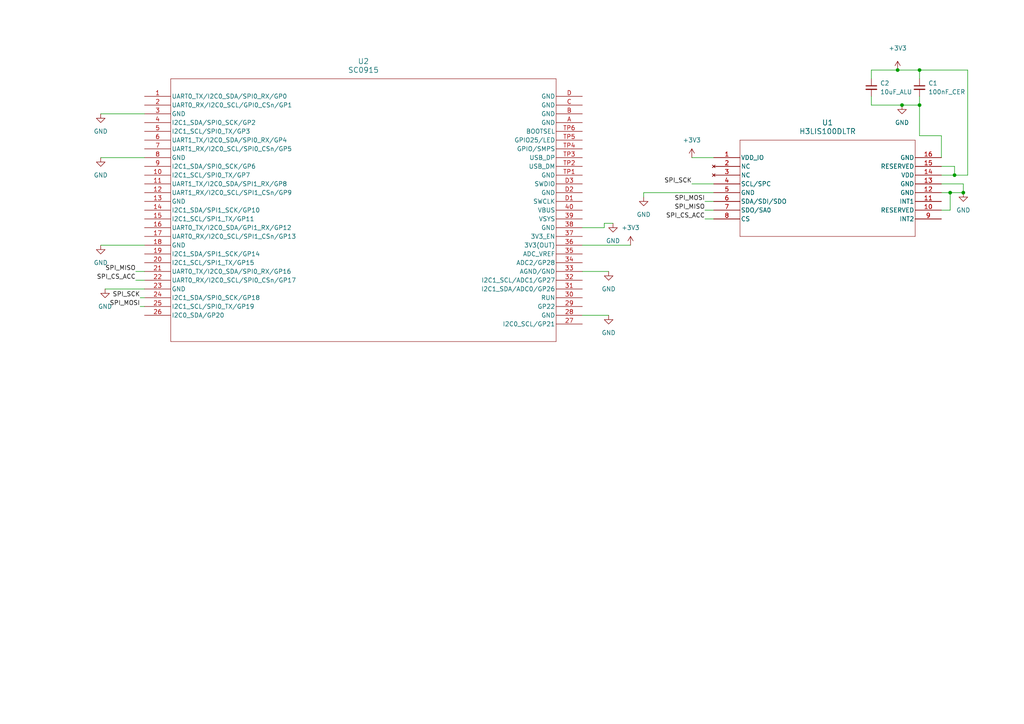
<source format=kicad_sch>
(kicad_sch (version 20230121) (generator eeschema)

  (uuid 117204fa-2533-4451-b2a6-6593294e693d)

  (paper "A4")

  (lib_symbols
    (symbol "ACCEL_H3LIS100DLTR:H3LIS100DLTR" (pin_names (offset 0.254)) (in_bom yes) (on_board yes)
      (property "Reference" "U" (at 33.02 10.16 0)
        (effects (font (size 1.524 1.524)))
      )
      (property "Value" "H3LIS100DLTR" (at 33.02 7.62 0)
        (effects (font (size 1.524 1.524)))
      )
      (property "Footprint" "TFLGA16_3P15X3P15_STM" (at 0 0 0)
        (effects (font (size 1.27 1.27) italic) hide)
      )
      (property "Datasheet" "H3LIS100DLTR" (at 0 0 0)
        (effects (font (size 1.27 1.27) italic) hide)
      )
      (property "ki_locked" "" (at 0 0 0)
        (effects (font (size 1.27 1.27)))
      )
      (property "ki_keywords" "H3LIS100DLTR" (at 0 0 0)
        (effects (font (size 1.27 1.27)) hide)
      )
      (property "ki_fp_filters" "TFLGA16_3P15X3P15_STM TFLGA16_3P15X3P15_STM-M TFLGA16_3P15X3P15_STM-L" (at 0 0 0)
        (effects (font (size 1.27 1.27)) hide)
      )
      (symbol "H3LIS100DLTR_0_1"
        (polyline
          (pts
            (xy 7.62 -22.86)
            (xy 58.42 -22.86)
          )
          (stroke (width 0.127) (type default))
          (fill (type none))
        )
        (polyline
          (pts
            (xy 7.62 5.08)
            (xy 7.62 -22.86)
          )
          (stroke (width 0.127) (type default))
          (fill (type none))
        )
        (polyline
          (pts
            (xy 58.42 -22.86)
            (xy 58.42 5.08)
          )
          (stroke (width 0.127) (type default))
          (fill (type none))
        )
        (polyline
          (pts
            (xy 58.42 5.08)
            (xy 7.62 5.08)
          )
          (stroke (width 0.127) (type default))
          (fill (type none))
        )
        (pin power_in line (at 0 0 0) (length 7.62)
          (name "VDD_IO" (effects (font (size 1.27 1.27))))
          (number "1" (effects (font (size 1.27 1.27))))
        )
        (pin unspecified line (at 66.04 -15.24 180) (length 7.62)
          (name "RESERVED" (effects (font (size 1.27 1.27))))
          (number "10" (effects (font (size 1.27 1.27))))
        )
        (pin bidirectional line (at 66.04 -12.7 180) (length 7.62)
          (name "INT1" (effects (font (size 1.27 1.27))))
          (number "11" (effects (font (size 1.27 1.27))))
        )
        (pin power_in line (at 66.04 -10.16 180) (length 7.62)
          (name "GND" (effects (font (size 1.27 1.27))))
          (number "12" (effects (font (size 1.27 1.27))))
        )
        (pin power_in line (at 66.04 -7.62 180) (length 7.62)
          (name "GND" (effects (font (size 1.27 1.27))))
          (number "13" (effects (font (size 1.27 1.27))))
        )
        (pin power_in line (at 66.04 -5.08 180) (length 7.62)
          (name "VDD" (effects (font (size 1.27 1.27))))
          (number "14" (effects (font (size 1.27 1.27))))
        )
        (pin unspecified line (at 66.04 -2.54 180) (length 7.62)
          (name "RESERVED" (effects (font (size 1.27 1.27))))
          (number "15" (effects (font (size 1.27 1.27))))
        )
        (pin power_in line (at 66.04 0 180) (length 7.62)
          (name "GND" (effects (font (size 1.27 1.27))))
          (number "16" (effects (font (size 1.27 1.27))))
        )
        (pin no_connect line (at 0 -2.54 0) (length 7.62)
          (name "NC" (effects (font (size 1.27 1.27))))
          (number "2" (effects (font (size 1.27 1.27))))
        )
        (pin no_connect line (at 0 -5.08 0) (length 7.62)
          (name "NC" (effects (font (size 1.27 1.27))))
          (number "3" (effects (font (size 1.27 1.27))))
        )
        (pin bidirectional line (at 0 -7.62 0) (length 7.62)
          (name "SCL/SPC" (effects (font (size 1.27 1.27))))
          (number "4" (effects (font (size 1.27 1.27))))
        )
        (pin power_in line (at 0 -10.16 0) (length 7.62)
          (name "GND" (effects (font (size 1.27 1.27))))
          (number "5" (effects (font (size 1.27 1.27))))
        )
        (pin bidirectional line (at 0 -12.7 0) (length 7.62)
          (name "SDA/SDI/SDO" (effects (font (size 1.27 1.27))))
          (number "6" (effects (font (size 1.27 1.27))))
        )
        (pin bidirectional line (at 0 -15.24 0) (length 7.62)
          (name "SDO/SA0" (effects (font (size 1.27 1.27))))
          (number "7" (effects (font (size 1.27 1.27))))
        )
        (pin bidirectional line (at 0 -17.78 0) (length 7.62)
          (name "CS" (effects (font (size 1.27 1.27))))
          (number "8" (effects (font (size 1.27 1.27))))
        )
        (pin bidirectional line (at 66.04 -17.78 180) (length 7.62)
          (name "INT2" (effects (font (size 1.27 1.27))))
          (number "9" (effects (font (size 1.27 1.27))))
        )
      )
    )
    (symbol "Device:C_Small" (pin_numbers hide) (pin_names (offset 0.254) hide) (in_bom yes) (on_board yes)
      (property "Reference" "C" (at 0.254 1.778 0)
        (effects (font (size 1.27 1.27)) (justify left))
      )
      (property "Value" "C_Small" (at 0.254 -2.032 0)
        (effects (font (size 1.27 1.27)) (justify left))
      )
      (property "Footprint" "" (at 0 0 0)
        (effects (font (size 1.27 1.27)) hide)
      )
      (property "Datasheet" "~" (at 0 0 0)
        (effects (font (size 1.27 1.27)) hide)
      )
      (property "ki_keywords" "capacitor cap" (at 0 0 0)
        (effects (font (size 1.27 1.27)) hide)
      )
      (property "ki_description" "Unpolarized capacitor, small symbol" (at 0 0 0)
        (effects (font (size 1.27 1.27)) hide)
      )
      (property "ki_fp_filters" "C_*" (at 0 0 0)
        (effects (font (size 1.27 1.27)) hide)
      )
      (symbol "C_Small_0_1"
        (polyline
          (pts
            (xy -1.524 -0.508)
            (xy 1.524 -0.508)
          )
          (stroke (width 0.3302) (type default))
          (fill (type none))
        )
        (polyline
          (pts
            (xy -1.524 0.508)
            (xy 1.524 0.508)
          )
          (stroke (width 0.3048) (type default))
          (fill (type none))
        )
      )
      (symbol "C_Small_1_1"
        (pin passive line (at 0 2.54 270) (length 2.032)
          (name "~" (effects (font (size 1.27 1.27))))
          (number "1" (effects (font (size 1.27 1.27))))
        )
        (pin passive line (at 0 -2.54 90) (length 2.032)
          (name "~" (effects (font (size 1.27 1.27))))
          (number "2" (effects (font (size 1.27 1.27))))
        )
      )
    )
    (symbol "SC0915:SC0915" (pin_names (offset 0.254)) (in_bom yes) (on_board yes)
      (property "Reference" "U" (at 63.5 10.16 0)
        (effects (font (size 1.524 1.524)))
      )
      (property "Value" "SC0915" (at 63.5 7.62 0)
        (effects (font (size 1.524 1.524)))
      )
      (property "Footprint" "SC0915_RPI" (at 0 0 0)
        (effects (font (size 1.27 1.27) italic) hide)
      )
      (property "Datasheet" "SC0915" (at 0 0 0)
        (effects (font (size 1.27 1.27) italic) hide)
      )
      (property "ki_locked" "" (at 0 0 0)
        (effects (font (size 1.27 1.27)))
      )
      (property "ki_keywords" "SC0915" (at 0 0 0)
        (effects (font (size 1.27 1.27)) hide)
      )
      (property "ki_fp_filters" "SC0915_RPI" (at 0 0 0)
        (effects (font (size 1.27 1.27)) hide)
      )
      (symbol "SC0915_0_1"
        (polyline
          (pts
            (xy 7.62 -71.12)
            (xy 119.38 -71.12)
          )
          (stroke (width 0.127) (type default))
          (fill (type none))
        )
        (polyline
          (pts
            (xy 7.62 5.08)
            (xy 7.62 -71.12)
          )
          (stroke (width 0.127) (type default))
          (fill (type none))
        )
        (polyline
          (pts
            (xy 119.38 -71.12)
            (xy 119.38 5.08)
          )
          (stroke (width 0.127) (type default))
          (fill (type none))
        )
        (polyline
          (pts
            (xy 119.38 5.08)
            (xy 7.62 5.08)
          )
          (stroke (width 0.127) (type default))
          (fill (type none))
        )
        (pin bidirectional line (at 0 0 0) (length 7.62)
          (name "UART0_TX/I2C0_SDA/SPI0_RX/GP0" (effects (font (size 1.27 1.27))))
          (number "1" (effects (font (size 1.27 1.27))))
        )
        (pin bidirectional line (at 0 -22.86 0) (length 7.62)
          (name "I2C1_SCL/SPI0_TX/GP7" (effects (font (size 1.27 1.27))))
          (number "10" (effects (font (size 1.27 1.27))))
        )
        (pin bidirectional line (at 0 -25.4 0) (length 7.62)
          (name "UART1_TX/I2C0_SDA/SPI1_RX/GP8" (effects (font (size 1.27 1.27))))
          (number "11" (effects (font (size 1.27 1.27))))
        )
        (pin bidirectional line (at 0 -27.94 0) (length 7.62)
          (name "UART1_RX/I2C0_SCL/SPI1_CSn/GP9" (effects (font (size 1.27 1.27))))
          (number "12" (effects (font (size 1.27 1.27))))
        )
        (pin power_out line (at 0 -30.48 0) (length 7.62)
          (name "GND" (effects (font (size 1.27 1.27))))
          (number "13" (effects (font (size 1.27 1.27))))
        )
        (pin bidirectional line (at 0 -33.02 0) (length 7.62)
          (name "I2C1_SDA/SPI1_SCK/GP10" (effects (font (size 1.27 1.27))))
          (number "14" (effects (font (size 1.27 1.27))))
        )
        (pin bidirectional line (at 0 -35.56 0) (length 7.62)
          (name "I2C1_SCL/SPI1_TX/GP11" (effects (font (size 1.27 1.27))))
          (number "15" (effects (font (size 1.27 1.27))))
        )
        (pin bidirectional line (at 0 -38.1 0) (length 7.62)
          (name "UART0_TX/I2C0_SDA/GPI1_RX/GP12" (effects (font (size 1.27 1.27))))
          (number "16" (effects (font (size 1.27 1.27))))
        )
        (pin bidirectional line (at 0 -40.64 0) (length 7.62)
          (name "UART0_RX/I2C0_SCL/SPI1_CSn/GP13" (effects (font (size 1.27 1.27))))
          (number "17" (effects (font (size 1.27 1.27))))
        )
        (pin power_out line (at 0 -43.18 0) (length 7.62)
          (name "GND" (effects (font (size 1.27 1.27))))
          (number "18" (effects (font (size 1.27 1.27))))
        )
        (pin bidirectional line (at 0 -45.72 0) (length 7.62)
          (name "I2C1_SDA/SPI1_SCK/GP14" (effects (font (size 1.27 1.27))))
          (number "19" (effects (font (size 1.27 1.27))))
        )
        (pin bidirectional line (at 0 -2.54 0) (length 7.62)
          (name "UART0_RX/I2C0_SCL/GPI0_CSn/GP1" (effects (font (size 1.27 1.27))))
          (number "2" (effects (font (size 1.27 1.27))))
        )
        (pin bidirectional line (at 0 -48.26 0) (length 7.62)
          (name "I2C1_SCL/SPI1_TX/GP15" (effects (font (size 1.27 1.27))))
          (number "20" (effects (font (size 1.27 1.27))))
        )
        (pin bidirectional line (at 0 -50.8 0) (length 7.62)
          (name "UART0_TX/I2C0_SDA/SPI0_RX/GP16" (effects (font (size 1.27 1.27))))
          (number "21" (effects (font (size 1.27 1.27))))
        )
        (pin bidirectional line (at 0 -53.34 0) (length 7.62)
          (name "UART0_RX/I2C0_SCL/SPI0_CSn/GP17" (effects (font (size 1.27 1.27))))
          (number "22" (effects (font (size 1.27 1.27))))
        )
        (pin power_out line (at 0 -55.88 0) (length 7.62)
          (name "GND" (effects (font (size 1.27 1.27))))
          (number "23" (effects (font (size 1.27 1.27))))
        )
        (pin bidirectional line (at 0 -58.42 0) (length 7.62)
          (name "I2C1_SDA/SPI0_SCK/GP18" (effects (font (size 1.27 1.27))))
          (number "24" (effects (font (size 1.27 1.27))))
        )
        (pin bidirectional line (at 0 -60.96 0) (length 7.62)
          (name "I2C1_SCL/SPI0_TX/GP19" (effects (font (size 1.27 1.27))))
          (number "25" (effects (font (size 1.27 1.27))))
        )
        (pin bidirectional line (at 0 -63.5 0) (length 7.62)
          (name "I2C0_SDA/GP20" (effects (font (size 1.27 1.27))))
          (number "26" (effects (font (size 1.27 1.27))))
        )
        (pin bidirectional line (at 127 -66.04 180) (length 7.62)
          (name "I2C0_SCL/GP21" (effects (font (size 1.27 1.27))))
          (number "27" (effects (font (size 1.27 1.27))))
        )
        (pin power_out line (at 127 -63.5 180) (length 7.62)
          (name "GND" (effects (font (size 1.27 1.27))))
          (number "28" (effects (font (size 1.27 1.27))))
        )
        (pin bidirectional line (at 127 -60.96 180) (length 7.62)
          (name "GP22" (effects (font (size 1.27 1.27))))
          (number "29" (effects (font (size 1.27 1.27))))
        )
        (pin power_out line (at 0 -5.08 0) (length 7.62)
          (name "GND" (effects (font (size 1.27 1.27))))
          (number "3" (effects (font (size 1.27 1.27))))
        )
        (pin unspecified line (at 127 -58.42 180) (length 7.62)
          (name "RUN" (effects (font (size 1.27 1.27))))
          (number "30" (effects (font (size 1.27 1.27))))
        )
        (pin bidirectional line (at 127 -55.88 180) (length 7.62)
          (name "I2C1_SDA/ADC0/GP26" (effects (font (size 1.27 1.27))))
          (number "31" (effects (font (size 1.27 1.27))))
        )
        (pin bidirectional line (at 127 -53.34 180) (length 7.62)
          (name "I2C1_SCL/ADC1/GP27" (effects (font (size 1.27 1.27))))
          (number "32" (effects (font (size 1.27 1.27))))
        )
        (pin power_out line (at 127 -50.8 180) (length 7.62)
          (name "AGND/GND" (effects (font (size 1.27 1.27))))
          (number "33" (effects (font (size 1.27 1.27))))
        )
        (pin bidirectional line (at 127 -48.26 180) (length 7.62)
          (name "ADC2/GP28" (effects (font (size 1.27 1.27))))
          (number "34" (effects (font (size 1.27 1.27))))
        )
        (pin power_in line (at 127 -45.72 180) (length 7.62)
          (name "ADC_VREF" (effects (font (size 1.27 1.27))))
          (number "35" (effects (font (size 1.27 1.27))))
        )
        (pin output line (at 127 -43.18 180) (length 7.62)
          (name "3V3(OUT)" (effects (font (size 1.27 1.27))))
          (number "36" (effects (font (size 1.27 1.27))))
        )
        (pin power_in line (at 127 -40.64 180) (length 7.62)
          (name "3V3_EN" (effects (font (size 1.27 1.27))))
          (number "37" (effects (font (size 1.27 1.27))))
        )
        (pin power_out line (at 127 -38.1 180) (length 7.62)
          (name "GND" (effects (font (size 1.27 1.27))))
          (number "38" (effects (font (size 1.27 1.27))))
        )
        (pin power_in line (at 127 -35.56 180) (length 7.62)
          (name "VSYS" (effects (font (size 1.27 1.27))))
          (number "39" (effects (font (size 1.27 1.27))))
        )
        (pin bidirectional line (at 0 -7.62 0) (length 7.62)
          (name "I2C1_SDA/SPI0_SCK/GP2" (effects (font (size 1.27 1.27))))
          (number "4" (effects (font (size 1.27 1.27))))
        )
        (pin power_in line (at 127 -33.02 180) (length 7.62)
          (name "VBUS" (effects (font (size 1.27 1.27))))
          (number "40" (effects (font (size 1.27 1.27))))
        )
        (pin bidirectional line (at 0 -10.16 0) (length 7.62)
          (name "I2C1_SCL/SPI0_TX/GP3" (effects (font (size 1.27 1.27))))
          (number "5" (effects (font (size 1.27 1.27))))
        )
        (pin bidirectional line (at 0 -12.7 0) (length 7.62)
          (name "UART1_TX/I2C0_SDA/SPI0_RX/GP4" (effects (font (size 1.27 1.27))))
          (number "6" (effects (font (size 1.27 1.27))))
        )
        (pin bidirectional line (at 0 -15.24 0) (length 7.62)
          (name "UART1_RX/I2C0_SCL/SPI0_CSn/GP5" (effects (font (size 1.27 1.27))))
          (number "7" (effects (font (size 1.27 1.27))))
        )
        (pin power_out line (at 0 -17.78 0) (length 7.62)
          (name "GND" (effects (font (size 1.27 1.27))))
          (number "8" (effects (font (size 1.27 1.27))))
        )
        (pin bidirectional line (at 0 -20.32 0) (length 7.62)
          (name "I2C1_SDA/SPI0_SCK/GP6" (effects (font (size 1.27 1.27))))
          (number "9" (effects (font (size 1.27 1.27))))
        )
        (pin power_out line (at 127 -7.62 180) (length 7.62)
          (name "GND" (effects (font (size 1.27 1.27))))
          (number "A" (effects (font (size 1.27 1.27))))
        )
        (pin power_out line (at 127 -5.08 180) (length 7.62)
          (name "GND" (effects (font (size 1.27 1.27))))
          (number "B" (effects (font (size 1.27 1.27))))
        )
        (pin power_out line (at 127 -2.54 180) (length 7.62)
          (name "GND" (effects (font (size 1.27 1.27))))
          (number "C" (effects (font (size 1.27 1.27))))
        )
        (pin power_out line (at 127 0 180) (length 7.62)
          (name "GND" (effects (font (size 1.27 1.27))))
          (number "D" (effects (font (size 1.27 1.27))))
        )
        (pin unspecified line (at 127 -30.48 180) (length 7.62)
          (name "SWCLK" (effects (font (size 1.27 1.27))))
          (number "D1" (effects (font (size 1.27 1.27))))
        )
        (pin power_out line (at 127 -27.94 180) (length 7.62)
          (name "GND" (effects (font (size 1.27 1.27))))
          (number "D2" (effects (font (size 1.27 1.27))))
        )
        (pin unspecified line (at 127 -25.4 180) (length 7.62)
          (name "SWDIO" (effects (font (size 1.27 1.27))))
          (number "D3" (effects (font (size 1.27 1.27))))
        )
        (pin power_out line (at 127 -22.86 180) (length 7.62)
          (name "GND" (effects (font (size 1.27 1.27))))
          (number "TP1" (effects (font (size 1.27 1.27))))
        )
        (pin unspecified line (at 127 -20.32 180) (length 7.62)
          (name "USB_DM" (effects (font (size 1.27 1.27))))
          (number "TP2" (effects (font (size 1.27 1.27))))
        )
        (pin unspecified line (at 127 -17.78 180) (length 7.62)
          (name "USB_DP" (effects (font (size 1.27 1.27))))
          (number "TP3" (effects (font (size 1.27 1.27))))
        )
        (pin unspecified line (at 127 -15.24 180) (length 7.62)
          (name "GPIO/SMPS" (effects (font (size 1.27 1.27))))
          (number "TP4" (effects (font (size 1.27 1.27))))
        )
        (pin unspecified line (at 127 -12.7 180) (length 7.62)
          (name "GPIO25/LED" (effects (font (size 1.27 1.27))))
          (number "TP5" (effects (font (size 1.27 1.27))))
        )
        (pin unspecified line (at 127 -10.16 180) (length 7.62)
          (name "BOOTSEL" (effects (font (size 1.27 1.27))))
          (number "TP6" (effects (font (size 1.27 1.27))))
        )
      )
    )
    (symbol "power:+3V3" (power) (pin_names (offset 0)) (in_bom yes) (on_board yes)
      (property "Reference" "#PWR" (at 0 -3.81 0)
        (effects (font (size 1.27 1.27)) hide)
      )
      (property "Value" "+3V3" (at 0 3.556 0)
        (effects (font (size 1.27 1.27)))
      )
      (property "Footprint" "" (at 0 0 0)
        (effects (font (size 1.27 1.27)) hide)
      )
      (property "Datasheet" "" (at 0 0 0)
        (effects (font (size 1.27 1.27)) hide)
      )
      (property "ki_keywords" "global power" (at 0 0 0)
        (effects (font (size 1.27 1.27)) hide)
      )
      (property "ki_description" "Power symbol creates a global label with name \"+3V3\"" (at 0 0 0)
        (effects (font (size 1.27 1.27)) hide)
      )
      (symbol "+3V3_0_1"
        (polyline
          (pts
            (xy -0.762 1.27)
            (xy 0 2.54)
          )
          (stroke (width 0) (type default))
          (fill (type none))
        )
        (polyline
          (pts
            (xy 0 0)
            (xy 0 2.54)
          )
          (stroke (width 0) (type default))
          (fill (type none))
        )
        (polyline
          (pts
            (xy 0 2.54)
            (xy 0.762 1.27)
          )
          (stroke (width 0) (type default))
          (fill (type none))
        )
      )
      (symbol "+3V3_1_1"
        (pin power_in line (at 0 0 90) (length 0) hide
          (name "+3V3" (effects (font (size 1.27 1.27))))
          (number "1" (effects (font (size 1.27 1.27))))
        )
      )
    )
    (symbol "power:GND" (power) (pin_names (offset 0)) (in_bom yes) (on_board yes)
      (property "Reference" "#PWR" (at 0 -6.35 0)
        (effects (font (size 1.27 1.27)) hide)
      )
      (property "Value" "GND" (at 0 -3.81 0)
        (effects (font (size 1.27 1.27)))
      )
      (property "Footprint" "" (at 0 0 0)
        (effects (font (size 1.27 1.27)) hide)
      )
      (property "Datasheet" "" (at 0 0 0)
        (effects (font (size 1.27 1.27)) hide)
      )
      (property "ki_keywords" "global power" (at 0 0 0)
        (effects (font (size 1.27 1.27)) hide)
      )
      (property "ki_description" "Power symbol creates a global label with name \"GND\" , ground" (at 0 0 0)
        (effects (font (size 1.27 1.27)) hide)
      )
      (symbol "GND_0_1"
        (polyline
          (pts
            (xy 0 0)
            (xy 0 -1.27)
            (xy 1.27 -1.27)
            (xy 0 -2.54)
            (xy -1.27 -1.27)
            (xy 0 -1.27)
          )
          (stroke (width 0) (type default))
          (fill (type none))
        )
      )
      (symbol "GND_1_1"
        (pin power_in line (at 0 0 270) (length 0) hide
          (name "GND" (effects (font (size 1.27 1.27))))
          (number "1" (effects (font (size 1.27 1.27))))
        )
      )
    )
  )

  (junction (at 266.7 30.48) (diameter 0) (color 0 0 0 0)
    (uuid 2f6b444d-44a6-4d2c-a4a2-402154885a58)
  )
  (junction (at 276.86 50.8) (diameter 0) (color 0 0 0 0)
    (uuid 3f9dbbe1-ae2d-48af-a4d2-417113247e0d)
  )
  (junction (at 275.59 55.88) (diameter 0) (color 0 0 0 0)
    (uuid 4587cfe4-8b60-408e-9732-9c96a2387a4d)
  )
  (junction (at 261.62 30.48) (diameter 0) (color 0 0 0 0)
    (uuid 5a7b0434-aabb-439c-8431-b955e16bdeba)
  )
  (junction (at 266.7 20.32) (diameter 0) (color 0 0 0 0)
    (uuid 5f9f70d5-439e-446d-8c93-464bcc0c2657)
  )
  (junction (at 279.4 55.88) (diameter 0) (color 0 0 0 0)
    (uuid 98d5a1bf-ac2a-42f2-ba18-80ac9e9d0ece)
  )
  (junction (at 260.35 20.32) (diameter 0) (color 0 0 0 0)
    (uuid ab00da7b-bf42-4f40-b886-c88bc4f0d391)
  )

  (wire (pts (xy 29.21 33.02) (xy 41.91 33.02))
    (stroke (width 0) (type default))
    (uuid 01fce1c7-8427-4a23-9cc5-4c5a61d71f76)
  )
  (wire (pts (xy 204.47 60.96) (xy 207.01 60.96))
    (stroke (width 0) (type default))
    (uuid 0f7b1c2f-6533-447d-9c80-1aa86f7a6790)
  )
  (wire (pts (xy 266.7 27.94) (xy 266.7 30.48))
    (stroke (width 0) (type default))
    (uuid 20b40a49-c1cc-4f17-b3c5-e0a1d715f1f9)
  )
  (wire (pts (xy 252.73 30.48) (xy 261.62 30.48))
    (stroke (width 0) (type default))
    (uuid 2ab71d65-0cca-47d3-83e0-7b41473585f6)
  )
  (wire (pts (xy 29.21 45.72) (xy 41.91 45.72))
    (stroke (width 0) (type default))
    (uuid 2f6f3495-d119-4170-99b9-d6b108aaab11)
  )
  (wire (pts (xy 168.91 71.12) (xy 182.88 71.12))
    (stroke (width 0) (type default))
    (uuid 3416ef60-8923-4e3b-a023-a27a9dc182f6)
  )
  (wire (pts (xy 186.69 55.88) (xy 207.01 55.88))
    (stroke (width 0) (type default))
    (uuid 3541df1b-a45e-4ebd-88da-579b5777968c)
  )
  (wire (pts (xy 266.7 39.37) (xy 273.05 39.37))
    (stroke (width 0) (type default))
    (uuid 35896c9d-cb6b-4da3-913e-d10b168cdbbf)
  )
  (wire (pts (xy 260.35 20.32) (xy 252.73 20.32))
    (stroke (width 0) (type default))
    (uuid 38c5ffdd-3769-43df-9efa-5f4665bfb2eb)
  )
  (wire (pts (xy 273.05 53.34) (xy 279.4 53.34))
    (stroke (width 0) (type default))
    (uuid 3ebfdf16-e556-4e92-894c-387b7b1524ab)
  )
  (wire (pts (xy 266.7 20.32) (xy 260.35 20.32))
    (stroke (width 0) (type default))
    (uuid 5019a9a7-c791-426f-b598-7958debd7f0f)
  )
  (wire (pts (xy 168.91 91.44) (xy 176.53 91.44))
    (stroke (width 0) (type default))
    (uuid 55f68b7f-ece1-4a7d-b99b-6345ced9925e)
  )
  (wire (pts (xy 30.48 83.82) (xy 41.91 83.82))
    (stroke (width 0) (type default))
    (uuid 5bb4b1c2-d070-4099-841d-9048eacd95d3)
  )
  (wire (pts (xy 39.37 81.28) (xy 41.91 81.28))
    (stroke (width 0) (type default))
    (uuid 6612eab8-5f06-4c78-967d-0587403dede1)
  )
  (wire (pts (xy 186.69 57.15) (xy 186.69 55.88))
    (stroke (width 0) (type default))
    (uuid 6c3bd29f-b266-4802-a91c-6b435975282a)
  )
  (wire (pts (xy 273.05 48.26) (xy 276.86 48.26))
    (stroke (width 0) (type default))
    (uuid 714f0483-ac6c-491c-b67a-e149d2b2e83c)
  )
  (wire (pts (xy 273.05 55.88) (xy 275.59 55.88))
    (stroke (width 0) (type default))
    (uuid 74fc5a41-5d7c-4c22-8988-bc55eb275a30)
  )
  (wire (pts (xy 200.66 53.34) (xy 207.01 53.34))
    (stroke (width 0) (type default))
    (uuid 75ef34e6-c641-4700-91e0-6b3de70368e1)
  )
  (wire (pts (xy 200.66 45.72) (xy 207.01 45.72))
    (stroke (width 0) (type default))
    (uuid 766968e5-f508-4ba8-adac-84b8105f7065)
  )
  (wire (pts (xy 276.86 48.26) (xy 276.86 50.8))
    (stroke (width 0) (type default))
    (uuid 8081881f-e38b-4331-9160-a5812b7776cb)
  )
  (wire (pts (xy 273.05 39.37) (xy 273.05 45.72))
    (stroke (width 0) (type default))
    (uuid 8ecc85dd-22dd-4174-a8b9-337f34117887)
  )
  (wire (pts (xy 279.4 53.34) (xy 279.4 55.88))
    (stroke (width 0) (type default))
    (uuid 97cc9277-32c1-476b-a380-1dde6704841f)
  )
  (wire (pts (xy 266.7 22.86) (xy 266.7 20.32))
    (stroke (width 0) (type default))
    (uuid 98c7b955-720c-4e72-908f-e9fe3262943f)
  )
  (wire (pts (xy 252.73 20.32) (xy 252.73 22.86))
    (stroke (width 0) (type default))
    (uuid a0e06104-a770-428b-a597-43d3acb40d4d)
  )
  (wire (pts (xy 204.47 63.5) (xy 207.01 63.5))
    (stroke (width 0) (type default))
    (uuid a4670b2d-1148-4ad8-8363-01c9f72a9833)
  )
  (wire (pts (xy 175.26 66.04) (xy 168.91 66.04))
    (stroke (width 0) (type default))
    (uuid a490a1bc-7b2d-4507-b2f5-0d2c063c98ed)
  )
  (wire (pts (xy 273.05 50.8) (xy 276.86 50.8))
    (stroke (width 0) (type default))
    (uuid ab305533-8277-4fb1-8c19-364ac955d7ac)
  )
  (wire (pts (xy 175.26 64.77) (xy 175.26 66.04))
    (stroke (width 0) (type default))
    (uuid b292fdca-67dd-4ae8-84b3-4aae5d486c0b)
  )
  (wire (pts (xy 280.67 20.32) (xy 266.7 20.32))
    (stroke (width 0) (type default))
    (uuid b7c996cf-509b-46bd-b4f8-d66e0749b68a)
  )
  (wire (pts (xy 280.67 50.8) (xy 280.67 20.32))
    (stroke (width 0) (type default))
    (uuid ba4ad37d-3789-47ba-8052-0b3a2b11bf4d)
  )
  (wire (pts (xy 266.7 30.48) (xy 261.62 30.48))
    (stroke (width 0) (type default))
    (uuid bb31727e-8c14-4c47-8388-6118a0d100a0)
  )
  (wire (pts (xy 276.86 50.8) (xy 280.67 50.8))
    (stroke (width 0) (type default))
    (uuid bd8aea79-a3c5-47ff-bb41-44c3cda2a92c)
  )
  (wire (pts (xy 275.59 60.96) (xy 275.59 55.88))
    (stroke (width 0) (type default))
    (uuid c00a0c38-2789-4021-b937-d5b1fd127e01)
  )
  (wire (pts (xy 266.7 30.48) (xy 266.7 39.37))
    (stroke (width 0) (type default))
    (uuid c94bd556-64b1-4b5d-8340-a764ce2980be)
  )
  (wire (pts (xy 40.64 86.36) (xy 41.91 86.36))
    (stroke (width 0) (type default))
    (uuid caaa10f7-5cdb-4252-8534-0b0440e69ab2)
  )
  (wire (pts (xy 204.47 58.42) (xy 207.01 58.42))
    (stroke (width 0) (type default))
    (uuid d0e6b273-0a86-4973-b9a6-59b81aea90b6)
  )
  (wire (pts (xy 168.91 78.74) (xy 176.53 78.74))
    (stroke (width 0) (type default))
    (uuid d2b45858-8edc-46f2-b667-92f36d29ac27)
  )
  (wire (pts (xy 275.59 55.88) (xy 279.4 55.88))
    (stroke (width 0) (type default))
    (uuid da945e5d-dd17-403e-97fa-045a921c4ccd)
  )
  (wire (pts (xy 252.73 27.94) (xy 252.73 30.48))
    (stroke (width 0) (type default))
    (uuid dbc06b55-f806-4dd5-89f7-9c557b1521ed)
  )
  (wire (pts (xy 273.05 60.96) (xy 275.59 60.96))
    (stroke (width 0) (type default))
    (uuid e74a3bcb-b999-45c1-b947-c3491e445dbe)
  )
  (wire (pts (xy 175.26 64.77) (xy 177.8 64.77))
    (stroke (width 0) (type default))
    (uuid ed9cdff2-d373-4ce0-9ff5-8bdb7386b457)
  )
  (wire (pts (xy 29.21 71.12) (xy 41.91 71.12))
    (stroke (width 0) (type default))
    (uuid f170f55f-e24d-4039-a2f4-aea774dfd57e)
  )
  (wire (pts (xy 39.37 78.74) (xy 41.91 78.74))
    (stroke (width 0) (type default))
    (uuid f52a3cd1-0b69-4641-bcb1-fee3c1ddc1f5)
  )
  (wire (pts (xy 40.64 88.9) (xy 41.91 88.9))
    (stroke (width 0) (type default))
    (uuid fe9d77c3-85a5-4da0-ad97-40734142ff9f)
  )

  (label "SPI_MOSI" (at 40.64 88.9 180) (fields_autoplaced)
    (effects (font (size 1.27 1.27)) (justify right bottom))
    (uuid 0265974c-1fb3-44b5-9c8c-053e1e10aca9)
  )
  (label "SPI_SCK" (at 200.66 53.34 180) (fields_autoplaced)
    (effects (font (size 1.27 1.27)) (justify right bottom))
    (uuid 48dc2a5a-01ea-45cc-8f4d-796a285cf902)
  )
  (label "SPI_CS_ACC" (at 204.47 63.5 180) (fields_autoplaced)
    (effects (font (size 1.27 1.27)) (justify right bottom))
    (uuid 4ac7ff59-1786-41e0-bb0d-b49e1b819630)
  )
  (label "SPI_CS_ACC" (at 39.37 81.28 180) (fields_autoplaced)
    (effects (font (size 1.27 1.27)) (justify right bottom))
    (uuid 59e478a0-1be8-4fd0-b955-9cbafa74f353)
  )
  (label "SPI_MISO" (at 39.37 78.74 180) (fields_autoplaced)
    (effects (font (size 1.27 1.27)) (justify right bottom))
    (uuid 7c39d726-e450-40fa-a4eb-9fe6e6bb41e7)
  )
  (label "SPI_MOSI" (at 204.47 58.42 180) (fields_autoplaced)
    (effects (font (size 1.27 1.27)) (justify right bottom))
    (uuid 84da70bb-08b3-43cf-a58b-1f907e12de01)
  )
  (label "SPI_MISO" (at 204.47 60.96 180) (fields_autoplaced)
    (effects (font (size 1.27 1.27)) (justify right bottom))
    (uuid 92f44ed8-9387-4be4-8c34-8397dc61e92e)
  )
  (label "SPI_SCK" (at 40.64 86.36 180) (fields_autoplaced)
    (effects (font (size 1.27 1.27)) (justify right bottom))
    (uuid c5b6a136-fd51-4bd7-8e27-73079efc7e2f)
  )

  (symbol (lib_id "SC0915:SC0915") (at 41.91 27.94 0) (unit 1)
    (in_bom yes) (on_board yes) (dnp no) (fields_autoplaced)
    (uuid 13775f1e-8ba9-4395-a78b-ae2da6c7f352)
    (property "Reference" "U2" (at 105.41 17.78 0)
      (effects (font (size 1.524 1.524)))
    )
    (property "Value" "SC0915" (at 105.41 20.32 0)
      (effects (font (size 1.524 1.524)))
    )
    (property "Footprint" "SC0915:SC0915_RPI" (at 41.91 27.94 0)
      (effects (font (size 1.27 1.27) italic) hide)
    )
    (property "Datasheet" "SC0915" (at 41.91 27.94 0)
      (effects (font (size 1.27 1.27) italic) hide)
    )
    (pin "1" (uuid 25048cd3-f224-4128-bf54-abcb2f81228d))
    (pin "10" (uuid ffbfb9e7-8d84-44c8-b6df-651bcf41addc))
    (pin "11" (uuid cbc155f7-5bce-4bb1-a20f-898aa5abfa96))
    (pin "12" (uuid 37a59d30-522d-4b8a-8af7-a31cafbcb28a))
    (pin "13" (uuid 0ec44618-e856-4356-95ef-52a2775b873c))
    (pin "14" (uuid 3fcefd1b-ef70-4b90-a3e8-74588ccf502e))
    (pin "15" (uuid aae8daa7-e950-472f-b869-af369e5d6db0))
    (pin "16" (uuid c4d72d8e-d202-4740-b912-a5d638bedfdb))
    (pin "17" (uuid 03dba5a4-e52e-4f95-949e-c44de1a683de))
    (pin "18" (uuid cb8eec52-42d1-4a26-b1e0-ec0159d72c22))
    (pin "19" (uuid 1cd110a8-534d-4a8c-a870-6be6895a20bc))
    (pin "2" (uuid 656585d1-2c05-48eb-a907-ead74292e5d2))
    (pin "20" (uuid dfdb6ca5-2cb4-468e-8030-093843c8cb47))
    (pin "21" (uuid acbc9450-a210-40f1-a790-9bd2b96063d2))
    (pin "22" (uuid 19cbd64b-2c01-4b54-b785-15f31ee4c77a))
    (pin "23" (uuid f6691c1c-b61c-4beb-8fa8-c2223931833b))
    (pin "24" (uuid e1f4f914-a6ee-4a7f-b83f-c11e084c30c6))
    (pin "25" (uuid bf9c66a2-5ba1-4dd6-99d8-b2999ee08224))
    (pin "26" (uuid 27d35dba-e8c7-4237-b1ff-ee802e21d727))
    (pin "27" (uuid 5c5224b8-a040-4e94-80f9-aaf81fa6b98b))
    (pin "28" (uuid 45f091f4-c04e-44db-be94-b3ccde02c86a))
    (pin "29" (uuid dd6f55d6-3e7a-456c-af5d-75302f7959fd))
    (pin "3" (uuid adb663c2-e6c2-447f-878e-82aef6e74a0a))
    (pin "30" (uuid 846d8747-3d32-4770-b4f7-d0e71dd89f8c))
    (pin "31" (uuid 67298a6c-6983-429c-97cd-a22544c6a1fd))
    (pin "32" (uuid a70f5f9c-cb8e-4c8e-acfa-d79f29b1a66a))
    (pin "33" (uuid 15ec2f5e-1722-47f9-b8c0-6e3a9cdcdce5))
    (pin "34" (uuid 5db0b9b9-07ba-405e-a335-d18e8aaf18de))
    (pin "35" (uuid 6efca55e-9055-401e-8229-95bfd039a506))
    (pin "36" (uuid 84cba00d-6b2f-47c3-a717-81e8711f654a))
    (pin "37" (uuid fcd5f78d-6715-4c27-a36b-82bb9d1bbe5c))
    (pin "38" (uuid d6176f7c-1bfd-4fbd-b17e-047e71c72b92))
    (pin "39" (uuid 2e047e47-3363-4249-abca-8f45437f02e5))
    (pin "4" (uuid 8eedb849-22ce-40a0-b9dc-94cf0bcf31c9))
    (pin "40" (uuid d016a319-7b3e-4dee-bcf1-c452ce2d7907))
    (pin "5" (uuid ed56932a-8cf5-4db7-a75a-f3d7e8d1a28f))
    (pin "6" (uuid 9a6ad2f6-b957-4ac6-a1a5-57c5228d08d1))
    (pin "7" (uuid 43991f0c-af07-4c17-b061-5873ae35b78b))
    (pin "8" (uuid 5d5c643e-6d89-43f0-a6dd-f34ad1a07f0e))
    (pin "9" (uuid f3fb3745-3f81-42a1-94a0-63be26783333))
    (pin "A" (uuid ed5b1503-7f22-48a7-901d-728c66ab7f05))
    (pin "B" (uuid 6fc00514-3245-466a-898d-9383b91cf15e))
    (pin "C" (uuid 3996a2b8-1a52-462e-b59a-960451716a8f))
    (pin "D" (uuid ea822419-c0e0-4357-afb4-b3d8e9e9e469))
    (pin "D1" (uuid e56d87ee-5268-4a19-b5e1-cda70257cfaa))
    (pin "D2" (uuid 85b2c38c-76dd-4a62-a35e-5fa8d26f09cd))
    (pin "D3" (uuid 2cfbb581-8400-4d59-bd07-85d07fdb5a2d))
    (pin "TP1" (uuid 3b86df04-2b41-4202-bfe0-5b43bf053648))
    (pin "TP2" (uuid 5f77a9cd-fc59-4c02-aed0-5b0b3c4580e1))
    (pin "TP3" (uuid be3ea33a-b78f-42d6-a6dd-1f863d61977b))
    (pin "TP4" (uuid 16e2c39b-783e-402d-8915-d17930c8bdba))
    (pin "TP5" (uuid 2ed9fc17-740e-41e6-9430-3edaff7efd35))
    (pin "TP6" (uuid a959457d-7670-4681-8423-d97fe0e931ed))
    (instances
      (project "arrancon_project"
        (path "/117204fa-2533-4451-b2a6-6593294e693d"
          (reference "U2") (unit 1)
        )
      )
    )
  )

  (symbol (lib_id "Device:C_Small") (at 252.73 25.4 0) (unit 1)
    (in_bom yes) (on_board yes) (dnp no) (fields_autoplaced)
    (uuid 1ce86a97-f0e6-45f7-8c6c-81bdd51b5ff9)
    (property "Reference" "C2" (at 255.27 24.1363 0)
      (effects (font (size 1.27 1.27)) (justify left))
    )
    (property "Value" "10uF_ALU" (at 255.27 26.6763 0)
      (effects (font (size 1.27 1.27)) (justify left))
    )
    (property "Footprint" "" (at 252.73 25.4 0)
      (effects (font (size 1.27 1.27)) hide)
    )
    (property "Datasheet" "~" (at 252.73 25.4 0)
      (effects (font (size 1.27 1.27)) hide)
    )
    (pin "1" (uuid 45196cd9-7203-40f9-ad10-b1fd2506779c))
    (pin "2" (uuid 76f88d23-2a98-4a04-8fa6-97e8c1714c85))
    (instances
      (project "arrancon_project"
        (path "/117204fa-2533-4451-b2a6-6593294e693d"
          (reference "C2") (unit 1)
        )
      )
    )
  )

  (symbol (lib_id "power:GND") (at 176.53 91.44 0) (unit 1)
    (in_bom yes) (on_board yes) (dnp no) (fields_autoplaced)
    (uuid 42f85bd7-2dc8-484f-b8f1-5c11c213e273)
    (property "Reference" "#PWR09" (at 176.53 97.79 0)
      (effects (font (size 1.27 1.27)) hide)
    )
    (property "Value" "GND" (at 176.53 96.52 0)
      (effects (font (size 1.27 1.27)))
    )
    (property "Footprint" "" (at 176.53 91.44 0)
      (effects (font (size 1.27 1.27)) hide)
    )
    (property "Datasheet" "" (at 176.53 91.44 0)
      (effects (font (size 1.27 1.27)) hide)
    )
    (pin "1" (uuid caabd812-7a2a-4c29-a1ed-bec165491b8a))
    (instances
      (project "arrancon_project"
        (path "/117204fa-2533-4451-b2a6-6593294e693d"
          (reference "#PWR09") (unit 1)
        )
      )
    )
  )

  (symbol (lib_id "power:+3V3") (at 182.88 71.12 0) (unit 1)
    (in_bom yes) (on_board yes) (dnp no) (fields_autoplaced)
    (uuid 4e53dd00-3a13-46fd-ac8e-b25a89880ead)
    (property "Reference" "#PWR013" (at 182.88 74.93 0)
      (effects (font (size 1.27 1.27)) hide)
    )
    (property "Value" "+3V3" (at 182.88 66.04 0)
      (effects (font (size 1.27 1.27)))
    )
    (property "Footprint" "" (at 182.88 71.12 0)
      (effects (font (size 1.27 1.27)) hide)
    )
    (property "Datasheet" "" (at 182.88 71.12 0)
      (effects (font (size 1.27 1.27)) hide)
    )
    (pin "1" (uuid a9a717d3-0c82-4ca8-bf61-e391d00fbcee))
    (instances
      (project "arrancon_project"
        (path "/117204fa-2533-4451-b2a6-6593294e693d"
          (reference "#PWR013") (unit 1)
        )
      )
    )
  )

  (symbol (lib_id "power:GND") (at 279.4 55.88 0) (unit 1)
    (in_bom yes) (on_board yes) (dnp no) (fields_autoplaced)
    (uuid 5e86aa10-ba91-4e61-8674-0beba87258fe)
    (property "Reference" "#PWR012" (at 279.4 62.23 0)
      (effects (font (size 1.27 1.27)) hide)
    )
    (property "Value" "GND" (at 279.4 60.96 0)
      (effects (font (size 1.27 1.27)))
    )
    (property "Footprint" "" (at 279.4 55.88 0)
      (effects (font (size 1.27 1.27)) hide)
    )
    (property "Datasheet" "" (at 279.4 55.88 0)
      (effects (font (size 1.27 1.27)) hide)
    )
    (pin "1" (uuid abe4b977-322a-44b9-8d92-cfc5cd8b1bde))
    (instances
      (project "arrancon_project"
        (path "/117204fa-2533-4451-b2a6-6593294e693d"
          (reference "#PWR012") (unit 1)
        )
      )
    )
  )

  (symbol (lib_id "power:GND") (at 261.62 30.48 0) (unit 1)
    (in_bom yes) (on_board yes) (dnp no) (fields_autoplaced)
    (uuid 704c3604-6a08-4446-a8c4-ede5bea0948a)
    (property "Reference" "#PWR011" (at 261.62 36.83 0)
      (effects (font (size 1.27 1.27)) hide)
    )
    (property "Value" "GND" (at 261.62 35.56 0)
      (effects (font (size 1.27 1.27)))
    )
    (property "Footprint" "" (at 261.62 30.48 0)
      (effects (font (size 1.27 1.27)) hide)
    )
    (property "Datasheet" "" (at 261.62 30.48 0)
      (effects (font (size 1.27 1.27)) hide)
    )
    (pin "1" (uuid 38be625d-732d-40f2-bd52-cb852934294a))
    (instances
      (project "arrancon_project"
        (path "/117204fa-2533-4451-b2a6-6593294e693d"
          (reference "#PWR011") (unit 1)
        )
      )
    )
  )

  (symbol (lib_id "power:GND") (at 30.48 83.82 0) (unit 1)
    (in_bom yes) (on_board yes) (dnp no) (fields_autoplaced)
    (uuid 74b4686b-f5e5-4fab-a7e6-373da711600e)
    (property "Reference" "#PWR01" (at 30.48 90.17 0)
      (effects (font (size 1.27 1.27)) hide)
    )
    (property "Value" "GND" (at 30.48 88.9 0)
      (effects (font (size 1.27 1.27)))
    )
    (property "Footprint" "" (at 30.48 83.82 0)
      (effects (font (size 1.27 1.27)) hide)
    )
    (property "Datasheet" "" (at 30.48 83.82 0)
      (effects (font (size 1.27 1.27)) hide)
    )
    (pin "1" (uuid a9dd5d4c-0ac1-4b54-8cdd-a7801f95cf2a))
    (instances
      (project "arrancon_project"
        (path "/117204fa-2533-4451-b2a6-6593294e693d"
          (reference "#PWR01") (unit 1)
        )
      )
    )
  )

  (symbol (lib_id "power:GND") (at 177.8 64.77 0) (unit 1)
    (in_bom yes) (on_board yes) (dnp no) (fields_autoplaced)
    (uuid 757d7e6a-8d6a-4362-8b7d-4b1d99821be4)
    (property "Reference" "#PWR07" (at 177.8 71.12 0)
      (effects (font (size 1.27 1.27)) hide)
    )
    (property "Value" "GND" (at 177.8 69.85 0)
      (effects (font (size 1.27 1.27)))
    )
    (property "Footprint" "" (at 177.8 64.77 0)
      (effects (font (size 1.27 1.27)) hide)
    )
    (property "Datasheet" "" (at 177.8 64.77 0)
      (effects (font (size 1.27 1.27)) hide)
    )
    (pin "1" (uuid 09be8db1-006b-4993-93fe-20b6beec8595))
    (instances
      (project "arrancon_project"
        (path "/117204fa-2533-4451-b2a6-6593294e693d"
          (reference "#PWR07") (unit 1)
        )
      )
    )
  )

  (symbol (lib_id "power:GND") (at 29.21 71.12 0) (unit 1)
    (in_bom yes) (on_board yes) (dnp no) (fields_autoplaced)
    (uuid 888bc0b8-01f6-4415-8f5d-de6f084c947d)
    (property "Reference" "#PWR02" (at 29.21 77.47 0)
      (effects (font (size 1.27 1.27)) hide)
    )
    (property "Value" "GND" (at 29.21 76.2 0)
      (effects (font (size 1.27 1.27)))
    )
    (property "Footprint" "" (at 29.21 71.12 0)
      (effects (font (size 1.27 1.27)) hide)
    )
    (property "Datasheet" "" (at 29.21 71.12 0)
      (effects (font (size 1.27 1.27)) hide)
    )
    (pin "1" (uuid 5f0cb136-1a5c-40df-adc5-db4ef432675f))
    (instances
      (project "arrancon_project"
        (path "/117204fa-2533-4451-b2a6-6593294e693d"
          (reference "#PWR02") (unit 1)
        )
      )
    )
  )

  (symbol (lib_id "power:GND") (at 186.69 57.15 0) (unit 1)
    (in_bom yes) (on_board yes) (dnp no) (fields_autoplaced)
    (uuid ab50d191-2f71-4d3b-aa72-456d1812ac83)
    (property "Reference" "#PWR010" (at 186.69 63.5 0)
      (effects (font (size 1.27 1.27)) hide)
    )
    (property "Value" "GND" (at 186.69 62.23 0)
      (effects (font (size 1.27 1.27)))
    )
    (property "Footprint" "" (at 186.69 57.15 0)
      (effects (font (size 1.27 1.27)) hide)
    )
    (property "Datasheet" "" (at 186.69 57.15 0)
      (effects (font (size 1.27 1.27)) hide)
    )
    (pin "1" (uuid f90b58c5-3cd9-4f9a-902e-daa670580de4))
    (instances
      (project "arrancon_project"
        (path "/117204fa-2533-4451-b2a6-6593294e693d"
          (reference "#PWR010") (unit 1)
        )
      )
    )
  )

  (symbol (lib_id "power:GND") (at 176.53 78.74 0) (unit 1)
    (in_bom yes) (on_board yes) (dnp no) (fields_autoplaced)
    (uuid acc30e99-66d1-4599-a061-acf913b26ad6)
    (property "Reference" "#PWR08" (at 176.53 85.09 0)
      (effects (font (size 1.27 1.27)) hide)
    )
    (property "Value" "GND" (at 176.53 83.82 0)
      (effects (font (size 1.27 1.27)))
    )
    (property "Footprint" "" (at 176.53 78.74 0)
      (effects (font (size 1.27 1.27)) hide)
    )
    (property "Datasheet" "" (at 176.53 78.74 0)
      (effects (font (size 1.27 1.27)) hide)
    )
    (pin "1" (uuid dd7913ed-c210-476b-8ff1-274d822f39d4))
    (instances
      (project "arrancon_project"
        (path "/117204fa-2533-4451-b2a6-6593294e693d"
          (reference "#PWR08") (unit 1)
        )
      )
    )
  )

  (symbol (lib_id "power:+3V3") (at 260.35 20.32 0) (unit 1)
    (in_bom yes) (on_board yes) (dnp no)
    (uuid ae16c936-e109-4424-a2f9-d16f3354f5a3)
    (property "Reference" "#PWR05" (at 260.35 24.13 0)
      (effects (font (size 1.27 1.27)) hide)
    )
    (property "Value" "+3V3" (at 260.35 13.97 0)
      (effects (font (size 1.27 1.27)))
    )
    (property "Footprint" "" (at 260.35 20.32 0)
      (effects (font (size 1.27 1.27)) hide)
    )
    (property "Datasheet" "" (at 260.35 20.32 0)
      (effects (font (size 1.27 1.27)) hide)
    )
    (pin "1" (uuid 7bfc9b30-5f18-4226-9da1-a9b9bf96730e))
    (instances
      (project "arrancon_project"
        (path "/117204fa-2533-4451-b2a6-6593294e693d"
          (reference "#PWR05") (unit 1)
        )
      )
    )
  )

  (symbol (lib_id "Device:C_Small") (at 266.7 25.4 0) (unit 1)
    (in_bom yes) (on_board yes) (dnp no) (fields_autoplaced)
    (uuid b4d8709b-018c-4627-b96c-c6271d260f33)
    (property "Reference" "C1" (at 269.24 24.1363 0)
      (effects (font (size 1.27 1.27)) (justify left))
    )
    (property "Value" "100nF_CER" (at 269.24 26.6763 0)
      (effects (font (size 1.27 1.27)) (justify left))
    )
    (property "Footprint" "" (at 266.7 25.4 0)
      (effects (font (size 1.27 1.27)) hide)
    )
    (property "Datasheet" "~" (at 266.7 25.4 0)
      (effects (font (size 1.27 1.27)) hide)
    )
    (pin "1" (uuid 35a1fd54-112d-40c6-a3ca-4c91fcb91038))
    (pin "2" (uuid 77bd222f-f478-453d-b40f-100c660949df))
    (instances
      (project "arrancon_project"
        (path "/117204fa-2533-4451-b2a6-6593294e693d"
          (reference "C1") (unit 1)
        )
      )
    )
  )

  (symbol (lib_id "ACCEL_H3LIS100DLTR:H3LIS100DLTR") (at 207.01 45.72 0) (unit 1)
    (in_bom yes) (on_board yes) (dnp no) (fields_autoplaced)
    (uuid bff8d8e3-63c2-44ac-a5ee-2841d6f13a66)
    (property "Reference" "U1" (at 240.03 35.56 0)
      (effects (font (size 1.524 1.524)))
    )
    (property "Value" "H3LIS100DLTR" (at 240.03 38.1 0)
      (effects (font (size 1.524 1.524)))
    )
    (property "Footprint" "ACCEL_H3LIS100DLTR:TFLGA16_3P15X3P15_STM" (at 207.01 45.72 0)
      (effects (font (size 1.27 1.27) italic) hide)
    )
    (property "Datasheet" "H3LIS100DLTR" (at 207.01 45.72 0)
      (effects (font (size 1.27 1.27) italic) hide)
    )
    (pin "1" (uuid d48562a7-db0a-4787-957d-5435878df536))
    (pin "10" (uuid c937bfc2-8d5e-4007-b9fd-0a54e54ef45d))
    (pin "11" (uuid f9b58198-48d0-41a8-965a-24497ff34627))
    (pin "12" (uuid dc9655eb-9aaf-4657-89f9-726b982001b4))
    (pin "13" (uuid a20194d7-1715-4721-9cfe-c7652ffb864a))
    (pin "14" (uuid 80941ae6-ef2f-46ec-b206-6fd29d2d52be))
    (pin "15" (uuid d653a4ed-4c30-43da-935d-c7d907189bfd))
    (pin "16" (uuid b0918c87-0e9b-4767-97b1-86c683165b54))
    (pin "2" (uuid 3df7aecd-7ba2-4621-ac0e-d3f6576a7667))
    (pin "3" (uuid 0c00fd5e-1890-41f9-8273-b51e6e1c699f))
    (pin "4" (uuid 5608f186-8193-45a1-8b6f-970be6466a22))
    (pin "5" (uuid 361731db-c3cc-4f8f-b305-645a11a64bb7))
    (pin "6" (uuid a689be13-3fab-4b4c-932c-3d9efdec1be0))
    (pin "7" (uuid 66af27a9-c64c-4035-80f8-984be30ad52a))
    (pin "8" (uuid 5a10fe92-181e-4a8d-a66d-5de97af3fc7d))
    (pin "9" (uuid da8081af-adcd-4e92-a99a-f00e10c61b3b))
    (instances
      (project "arrancon_project"
        (path "/117204fa-2533-4451-b2a6-6593294e693d"
          (reference "U1") (unit 1)
        )
      )
    )
  )

  (symbol (lib_id "power:+3V3") (at 200.66 45.72 0) (unit 1)
    (in_bom yes) (on_board yes) (dnp no) (fields_autoplaced)
    (uuid e119f2e4-9683-4cb2-aea9-12445239ad9e)
    (property "Reference" "#PWR06" (at 200.66 49.53 0)
      (effects (font (size 1.27 1.27)) hide)
    )
    (property "Value" "+3V3" (at 200.66 40.64 0)
      (effects (font (size 1.27 1.27)))
    )
    (property "Footprint" "" (at 200.66 45.72 0)
      (effects (font (size 1.27 1.27)) hide)
    )
    (property "Datasheet" "" (at 200.66 45.72 0)
      (effects (font (size 1.27 1.27)) hide)
    )
    (pin "1" (uuid db0669c3-bcc3-4bf6-bc95-260732b5a7a0))
    (instances
      (project "arrancon_project"
        (path "/117204fa-2533-4451-b2a6-6593294e693d"
          (reference "#PWR06") (unit 1)
        )
      )
    )
  )

  (symbol (lib_id "power:GND") (at 29.21 33.02 0) (unit 1)
    (in_bom yes) (on_board yes) (dnp no) (fields_autoplaced)
    (uuid e4dc08a4-54c8-4375-a294-5b0dbaeef415)
    (property "Reference" "#PWR04" (at 29.21 39.37 0)
      (effects (font (size 1.27 1.27)) hide)
    )
    (property "Value" "GND" (at 29.21 38.1 0)
      (effects (font (size 1.27 1.27)))
    )
    (property "Footprint" "" (at 29.21 33.02 0)
      (effects (font (size 1.27 1.27)) hide)
    )
    (property "Datasheet" "" (at 29.21 33.02 0)
      (effects (font (size 1.27 1.27)) hide)
    )
    (pin "1" (uuid 870d4246-a567-4c6e-8f65-72a46d9d463a))
    (instances
      (project "arrancon_project"
        (path "/117204fa-2533-4451-b2a6-6593294e693d"
          (reference "#PWR04") (unit 1)
        )
      )
    )
  )

  (symbol (lib_id "power:GND") (at 29.21 45.72 0) (unit 1)
    (in_bom yes) (on_board yes) (dnp no) (fields_autoplaced)
    (uuid f8a07780-4cc8-4b3e-8ca6-718f8b95fdec)
    (property "Reference" "#PWR03" (at 29.21 52.07 0)
      (effects (font (size 1.27 1.27)) hide)
    )
    (property "Value" "GND" (at 29.21 50.8 0)
      (effects (font (size 1.27 1.27)))
    )
    (property "Footprint" "" (at 29.21 45.72 0)
      (effects (font (size 1.27 1.27)) hide)
    )
    (property "Datasheet" "" (at 29.21 45.72 0)
      (effects (font (size 1.27 1.27)) hide)
    )
    (pin "1" (uuid 84235bfd-c36b-44b6-96ba-0dd76d0660f1))
    (instances
      (project "arrancon_project"
        (path "/117204fa-2533-4451-b2a6-6593294e693d"
          (reference "#PWR03") (unit 1)
        )
      )
    )
  )

  (sheet_instances
    (path "/" (page "1"))
  )
)

</source>
